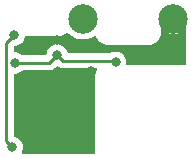
<source format=gbl>
%TF.GenerationSoftware,KiCad,Pcbnew,(6.0.10)*%
%TF.CreationDate,2023-08-09T22:59:08-05:00*%
%TF.ProjectId,MVS Pause Button,4d565320-5061-4757-9365-20427574746f,rev?*%
%TF.SameCoordinates,Original*%
%TF.FileFunction,Copper,L2,Bot*%
%TF.FilePolarity,Positive*%
%FSLAX46Y46*%
G04 Gerber Fmt 4.6, Leading zero omitted, Abs format (unit mm)*
G04 Created by KiCad (PCBNEW (6.0.10)) date 2023-08-09 22:59:08*
%MOMM*%
%LPD*%
G01*
G04 APERTURE LIST*
%TA.AperFunction,ComponentPad*%
%ADD10C,2.500000*%
%TD*%
%TA.AperFunction,ViaPad*%
%ADD11C,0.800000*%
%TD*%
%TA.AperFunction,Conductor*%
%ADD12C,0.250000*%
%TD*%
G04 APERTURE END LIST*
D10*
%TO.P,J2,1,Pin_1*%
%TO.N,GND*%
X122050000Y-42350000D03*
%TD*%
%TO.P,J4,1,Pin_1*%
%TO.N,DIP8*%
X114400000Y-42350000D03*
%TD*%
D11*
%TO.N,GND*%
X112200000Y-44150000D03*
%TO.N,INV_In*%
X117150000Y-46050000D03*
X112200000Y-45425500D03*
X108600000Y-46100000D03*
%TO.N,GND*%
X112200000Y-52950000D03*
X110325000Y-48850000D03*
X115100000Y-46800000D03*
%TO.N,/Feedback*%
X108375000Y-53230500D03*
X108550000Y-43750000D03*
%TD*%
D12*
%TO.N,/Feedback*%
X107875000Y-44425000D02*
X107875000Y-52730500D01*
X107875000Y-52730500D02*
X108375000Y-53230500D01*
X108550000Y-43750000D02*
X107875000Y-44425000D01*
%TO.N,INV_In*%
X117000000Y-45900000D02*
X117150000Y-46050000D01*
X111525500Y-46100000D02*
X108600000Y-46100000D01*
X112200000Y-45425500D02*
X111525500Y-46100000D01*
X112200000Y-45425500D02*
X112674500Y-45900000D01*
X112674500Y-45900000D02*
X117000000Y-45900000D01*
%TD*%
%TA.AperFunction,Conductor*%
%TO.N,GND*%
G36*
X112245732Y-46379838D02*
G01*
X112287953Y-46406044D01*
X112299179Y-46416586D01*
X112306128Y-46420406D01*
X112316932Y-46426346D01*
X112333456Y-46437199D01*
X112349459Y-46449613D01*
X112390043Y-46467176D01*
X112400673Y-46472383D01*
X112439440Y-46493695D01*
X112447117Y-46495666D01*
X112447122Y-46495668D01*
X112459058Y-46498732D01*
X112477766Y-46505137D01*
X112496355Y-46513181D01*
X112504180Y-46514420D01*
X112504182Y-46514421D01*
X112540019Y-46520097D01*
X112551640Y-46522504D01*
X112586789Y-46531528D01*
X112594470Y-46533500D01*
X112614731Y-46533500D01*
X112634440Y-46535051D01*
X112654443Y-46538219D01*
X112662335Y-46537473D01*
X112667562Y-46536979D01*
X112698454Y-46534059D01*
X112710311Y-46533500D01*
X115463514Y-46533500D01*
X115531635Y-46553502D01*
X115578128Y-46607158D01*
X115588232Y-46677432D01*
X115566727Y-46731771D01*
X115531035Y-46782745D01*
X115523277Y-46793824D01*
X115520954Y-46798806D01*
X115520951Y-46798811D01*
X115517517Y-46806176D01*
X115448700Y-46953755D01*
X115403028Y-47124207D01*
X115402549Y-47129687D01*
X115390987Y-47261839D01*
X115389969Y-47270224D01*
X115386309Y-47293724D01*
X115388771Y-47312552D01*
X115390436Y-47325283D01*
X115391500Y-47341621D01*
X115391500Y-53665500D01*
X115371498Y-53733621D01*
X115317842Y-53780114D01*
X115265500Y-53791500D01*
X109318390Y-53791500D01*
X109250269Y-53771498D01*
X109203776Y-53717842D01*
X109193672Y-53647568D01*
X109205105Y-53614504D01*
X109203539Y-53613807D01*
X109206223Y-53607779D01*
X109209527Y-53602056D01*
X109268542Y-53420428D01*
X109288504Y-53230500D01*
X109268542Y-53040572D01*
X109209527Y-52858944D01*
X109114040Y-52693556D01*
X109093199Y-52670409D01*
X108990675Y-52556545D01*
X108990674Y-52556544D01*
X108986253Y-52551634D01*
X108831752Y-52439382D01*
X108825724Y-52436698D01*
X108825722Y-52436697D01*
X108663319Y-52364391D01*
X108663318Y-52364391D01*
X108657288Y-52361706D01*
X108608303Y-52351294D01*
X108545830Y-52317566D01*
X108511508Y-52255416D01*
X108508500Y-52228047D01*
X108508500Y-47134500D01*
X108528502Y-47066379D01*
X108582158Y-47019886D01*
X108634500Y-47008500D01*
X108695487Y-47008500D01*
X108701939Y-47007128D01*
X108701944Y-47007128D01*
X108788887Y-46988647D01*
X108882288Y-46968794D01*
X108904140Y-46959065D01*
X109050722Y-46893803D01*
X109050724Y-46893802D01*
X109056752Y-46891118D01*
X109211253Y-46778866D01*
X109215668Y-46773963D01*
X109220580Y-46769540D01*
X109221705Y-46770789D01*
X109275014Y-46737949D01*
X109308200Y-46733500D01*
X111446733Y-46733500D01*
X111457916Y-46734027D01*
X111465409Y-46735702D01*
X111473335Y-46735453D01*
X111473336Y-46735453D01*
X111533486Y-46733562D01*
X111537445Y-46733500D01*
X111565356Y-46733500D01*
X111569291Y-46733003D01*
X111569356Y-46732995D01*
X111581193Y-46732062D01*
X111613451Y-46731048D01*
X111617470Y-46730922D01*
X111625389Y-46730673D01*
X111644843Y-46725021D01*
X111664200Y-46721013D01*
X111676430Y-46719468D01*
X111676431Y-46719468D01*
X111684297Y-46718474D01*
X111691668Y-46715555D01*
X111691670Y-46715555D01*
X111725412Y-46702196D01*
X111736642Y-46698351D01*
X111771483Y-46688229D01*
X111771484Y-46688229D01*
X111779093Y-46686018D01*
X111785912Y-46681985D01*
X111785917Y-46681983D01*
X111796528Y-46675707D01*
X111814276Y-46667012D01*
X111833117Y-46659552D01*
X111868887Y-46633564D01*
X111878807Y-46627048D01*
X111910035Y-46608580D01*
X111910038Y-46608578D01*
X111916862Y-46604542D01*
X111931183Y-46590221D01*
X111946217Y-46577380D01*
X111956193Y-46570132D01*
X111962607Y-46565472D01*
X111990793Y-46531401D01*
X111998782Y-46522622D01*
X112112605Y-46408799D01*
X112174917Y-46374773D01*
X112245732Y-46379838D01*
G37*
%TD.AperFunction*%
%TA.AperFunction,Conductor*%
G36*
X122072682Y-42809410D02*
G01*
X122077726Y-42808500D01*
X122990500Y-42808500D01*
X123058621Y-42828502D01*
X123105114Y-42882158D01*
X123116500Y-42934500D01*
X123116500Y-46165500D01*
X123096498Y-46233621D01*
X123042842Y-46280114D01*
X122990500Y-46291500D01*
X118178059Y-46291500D01*
X118109938Y-46271498D01*
X118063445Y-46217842D01*
X118052749Y-46152330D01*
X118062814Y-46056565D01*
X118063504Y-46050000D01*
X118043542Y-45860072D01*
X117984527Y-45678444D01*
X117889040Y-45513056D01*
X117841230Y-45459957D01*
X117765675Y-45376045D01*
X117765674Y-45376044D01*
X117761253Y-45371134D01*
X117606752Y-45258882D01*
X117600724Y-45256198D01*
X117600722Y-45256197D01*
X117438319Y-45183891D01*
X117438318Y-45183891D01*
X117432288Y-45181206D01*
X117338887Y-45161353D01*
X117251944Y-45142872D01*
X117251939Y-45142872D01*
X117245487Y-45141500D01*
X117054513Y-45141500D01*
X117048061Y-45142872D01*
X117048056Y-45142872D01*
X116961113Y-45161353D01*
X116867712Y-45181206D01*
X116861682Y-45183891D01*
X116861681Y-45183891D01*
X116700604Y-45255607D01*
X116649355Y-45266500D01*
X113195135Y-45266500D01*
X113127014Y-45246498D01*
X113080521Y-45192842D01*
X113075302Y-45179436D01*
X113036569Y-45060229D01*
X113034527Y-45053944D01*
X112939040Y-44888556D01*
X112811253Y-44746634D01*
X112705619Y-44669886D01*
X112662094Y-44638263D01*
X112662093Y-44638262D01*
X112656752Y-44634382D01*
X112650724Y-44631698D01*
X112650722Y-44631697D01*
X112488319Y-44559391D01*
X112488318Y-44559391D01*
X112482288Y-44556706D01*
X112388888Y-44536853D01*
X112301944Y-44518372D01*
X112301939Y-44518372D01*
X112295487Y-44517000D01*
X112104513Y-44517000D01*
X112098061Y-44518372D01*
X112098056Y-44518372D01*
X112011112Y-44536853D01*
X111917712Y-44556706D01*
X111911682Y-44559391D01*
X111911681Y-44559391D01*
X111749278Y-44631697D01*
X111749276Y-44631698D01*
X111743248Y-44634382D01*
X111737907Y-44638262D01*
X111737906Y-44638263D01*
X111694381Y-44669886D01*
X111588747Y-44746634D01*
X111460960Y-44888556D01*
X111365473Y-45053944D01*
X111306458Y-45235572D01*
X111305768Y-45242133D01*
X111305768Y-45242135D01*
X111294046Y-45353670D01*
X111267033Y-45419327D01*
X111208812Y-45459957D01*
X111168736Y-45466500D01*
X109308200Y-45466500D01*
X109240079Y-45446498D01*
X109220853Y-45430157D01*
X109220580Y-45430460D01*
X109215668Y-45426037D01*
X109211253Y-45421134D01*
X109056752Y-45308882D01*
X109050724Y-45306198D01*
X109050722Y-45306197D01*
X108888319Y-45233891D01*
X108888318Y-45233891D01*
X108882288Y-45231206D01*
X108788888Y-45211353D01*
X108701944Y-45192872D01*
X108701939Y-45192872D01*
X108695487Y-45191500D01*
X108634500Y-45191500D01*
X108566379Y-45171498D01*
X108519886Y-45117842D01*
X108508500Y-45065500D01*
X108508500Y-44784500D01*
X108528502Y-44716379D01*
X108582158Y-44669886D01*
X108634500Y-44658500D01*
X108645487Y-44658500D01*
X108651939Y-44657128D01*
X108651944Y-44657128D01*
X108740694Y-44638263D01*
X108832288Y-44618794D01*
X108955967Y-44563729D01*
X109000722Y-44543803D01*
X109000724Y-44543802D01*
X109006752Y-44541118D01*
X109039948Y-44517000D01*
X109064754Y-44498977D01*
X109161253Y-44428866D01*
X109209626Y-44375142D01*
X109284621Y-44291852D01*
X109284622Y-44291851D01*
X109289040Y-44286944D01*
X109384527Y-44121556D01*
X109443542Y-43939928D01*
X109444839Y-43927593D01*
X109445497Y-43921328D01*
X109472511Y-43855671D01*
X109530734Y-43815042D01*
X109570807Y-43808500D01*
X112271750Y-43808500D01*
X112292655Y-43810246D01*
X112307656Y-43812770D01*
X112307659Y-43812770D01*
X112312448Y-43813576D01*
X112318525Y-43813650D01*
X112320135Y-43813670D01*
X112320139Y-43813670D01*
X112325000Y-43813729D01*
X112329814Y-43813040D01*
X112329824Y-43813039D01*
X112346280Y-43810682D01*
X112353149Y-43809889D01*
X112500793Y-43796972D01*
X112506107Y-43795548D01*
X112506108Y-43795548D01*
X112665935Y-43752723D01*
X112665937Y-43752722D01*
X112671245Y-43751300D01*
X112676227Y-43748977D01*
X112826189Y-43679049D01*
X112826194Y-43679046D01*
X112831176Y-43676723D01*
X112975727Y-43575507D01*
X112976589Y-43574645D01*
X113040410Y-43546708D01*
X113110515Y-43557920D01*
X113145077Y-43582210D01*
X113240419Y-43676723D01*
X113254743Y-43690923D01*
X113258505Y-43693681D01*
X113258508Y-43693684D01*
X113452405Y-43835855D01*
X113465524Y-43845474D01*
X113469667Y-43847654D01*
X113469669Y-43847655D01*
X113692684Y-43964989D01*
X113692689Y-43964991D01*
X113696834Y-43967172D01*
X113943590Y-44053344D01*
X113948183Y-44054216D01*
X114195785Y-44101224D01*
X114195788Y-44101224D01*
X114200374Y-44102095D01*
X114330959Y-44107226D01*
X114456875Y-44112174D01*
X114456881Y-44112174D01*
X114461543Y-44112357D01*
X114540977Y-44103657D01*
X114716707Y-44084412D01*
X114716712Y-44084411D01*
X114721360Y-44083902D01*
X114750930Y-44076117D01*
X114969594Y-44018548D01*
X114969596Y-44018547D01*
X114974117Y-44017357D01*
X115214262Y-43914182D01*
X115243248Y-43896245D01*
X115340838Y-43835855D01*
X115409290Y-43817018D01*
X115477060Y-43838180D01*
X115522631Y-43892621D01*
X115522928Y-43893365D01*
X115523700Y-43896245D01*
X115526022Y-43901226D01*
X115526023Y-43901227D01*
X115595951Y-44051189D01*
X115595954Y-44051194D01*
X115598277Y-44056176D01*
X115639656Y-44115271D01*
X115687080Y-44182999D01*
X115699493Y-44200727D01*
X115824273Y-44325507D01*
X115828781Y-44328664D01*
X115828784Y-44328666D01*
X115841099Y-44337289D01*
X115968824Y-44426723D01*
X115973806Y-44429046D01*
X115973811Y-44429049D01*
X116123773Y-44498977D01*
X116128755Y-44501300D01*
X116134063Y-44502722D01*
X116134065Y-44502723D01*
X116293892Y-44545548D01*
X116293893Y-44545548D01*
X116299207Y-44546972D01*
X116428712Y-44558302D01*
X116438626Y-44559568D01*
X116449556Y-44561407D01*
X116457656Y-44562770D01*
X116457658Y-44562770D01*
X116462448Y-44563576D01*
X116468724Y-44563653D01*
X116470140Y-44563670D01*
X116470143Y-44563670D01*
X116475000Y-44563729D01*
X116502624Y-44559773D01*
X116520486Y-44558500D01*
X119921750Y-44558500D01*
X119942655Y-44560246D01*
X119957656Y-44562770D01*
X119957659Y-44562770D01*
X119962448Y-44563576D01*
X119968525Y-44563650D01*
X119970135Y-44563670D01*
X119970139Y-44563670D01*
X119975000Y-44563729D01*
X119979814Y-44563040D01*
X119979824Y-44563039D01*
X119996280Y-44560682D01*
X120003149Y-44559889D01*
X120150793Y-44546972D01*
X120156107Y-44545548D01*
X120156108Y-44545548D01*
X120315935Y-44502723D01*
X120315937Y-44502722D01*
X120321245Y-44501300D01*
X120326227Y-44498977D01*
X120476189Y-44429049D01*
X120476194Y-44429046D01*
X120481176Y-44426723D01*
X120608901Y-44337289D01*
X120621216Y-44328666D01*
X120621219Y-44328664D01*
X120625727Y-44325507D01*
X120750507Y-44200727D01*
X120762921Y-44182999D01*
X120810344Y-44115271D01*
X120851723Y-44056176D01*
X120854046Y-44051194D01*
X120854049Y-44051189D01*
X120923977Y-43901227D01*
X120923978Y-43901226D01*
X120926300Y-43896245D01*
X120934303Y-43866379D01*
X120970548Y-43731108D01*
X120970548Y-43731107D01*
X120971972Y-43725793D01*
X120983302Y-43596288D01*
X120984569Y-43586368D01*
X120987770Y-43567344D01*
X120987770Y-43567342D01*
X120988576Y-43562552D01*
X120988696Y-43552672D01*
X121560054Y-43552672D01*
X121563796Y-43557671D01*
X121598693Y-43573944D01*
X121608985Y-43577690D01*
X121818082Y-43633717D01*
X121828875Y-43635620D01*
X122044525Y-43654487D01*
X122055475Y-43654487D01*
X122271125Y-43635620D01*
X122281918Y-43633717D01*
X122491015Y-43577690D01*
X122501307Y-43573944D01*
X122529580Y-43560760D01*
X122540163Y-43551441D01*
X122538356Y-43545462D01*
X122062812Y-43069918D01*
X122048868Y-43062304D01*
X122047035Y-43062435D01*
X122040420Y-43066686D01*
X121566814Y-43540292D01*
X121560054Y-43552672D01*
X120988696Y-43552672D01*
X120988729Y-43550000D01*
X120984773Y-43522376D01*
X120983500Y-43504514D01*
X120983500Y-42934500D01*
X121003502Y-42866379D01*
X121057158Y-42819886D01*
X121109500Y-42808500D01*
X122069583Y-42808500D01*
X122072682Y-42809410D01*
G37*
%TD.AperFunction*%
%TD*%
M02*

</source>
